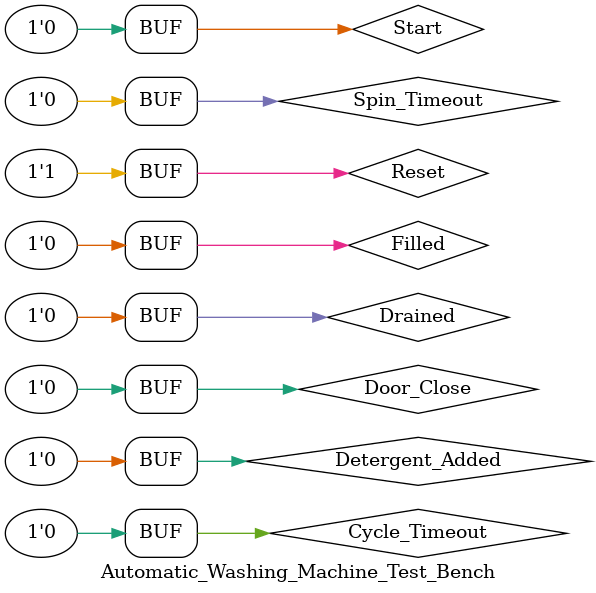
<source format=v>

module Automatic_Washing_Machine_Test_Bench; 
reg Clock, Reset, Start, Door_Close, Filled, Drained, Detergent_Added, Cycle_Timeout, Spin_Timeout;
wire Motor_on, Fill_valve_on, Drained_valve_on, Door_Lock, Done;
Automatic_Washing_Machine uut (Clock,Reset,Start,Door_Close,Filled,Drained,Detergent_Added,Cycle_Timeout,Spin_Timeout,Motor_on,Fill_valve_on,Drained_valve_on,Door_Lock,Done); 
  
initial begin
  $dumpfile("dump.vcd");
  $dumpvars(0);
 $monitor("Time=%d, Clock=%b, Reset=%b, Start=%b, Door_Close=%b, Filled=%b, Drained=%b, Dete rgent_Added=%b, Cycle_Timeout=%b, Spin_Timeout=%b, Motor_on=%b, Fill_valve_on=%b, Drain ed_valve_on=%b, Door_Lock=%b, Done=%b", $time, Clock, Reset, Start, Door_Close, Filled, Drained, Detergent_Added, Cycle_Timeout, Spin_Timeout, Motor_on, Fill_valve_on, Drained_valve_on, Door_Lock, Done) ; 
end 
initial begin
 
Clock=0;
Reset=1;
Start=0; 
Door_Close=0;
Filled=0; 
Drained=0; 
Detergent_Added=0; 
Cycle_Timeout=0;
Spin_Timeout=0;
#10
Reset=1;
#10 
Start=1;
Door_Close=1;
#10
Filled=1;
Start=0;
Door_Close=0;
#10
Detergent_Added=1;
Filled=0;
#10 
Cycle_Timeout=1;
Detergent_Added=0; 
#10
Drained=1;
Cycle_Timeout=0;
#10 
Spin_Timeout=1;
Drained=0;
#10
Spin_Timeout=0;
end 
always @(posedge Clock)
begin
Clock = ~Clock; 
end 
endmodule

</source>
